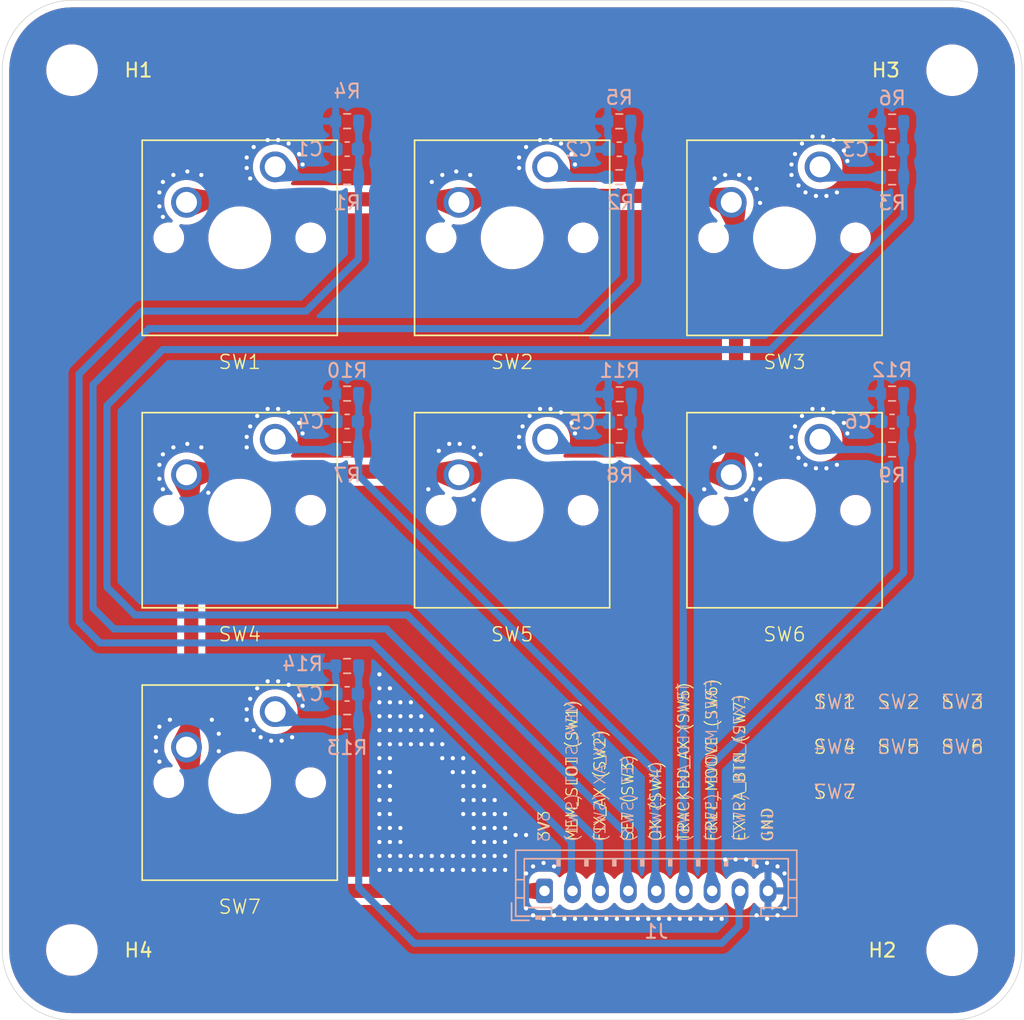
<source format=kicad_pcb>
(kicad_pcb (version 20241229) (generator "pcbnew") (generator_version "9.0")
  (layers (0 "F.Cu" signal) (2 "B.Cu" signal) (13 "F.Paste" user) (15 "B.Paste" user) (5 "F.SilkS" user "F.Silkscreen") (7 "B.SilkS" user "B.Silkscreen") (1 "F.Mask" user) (3 "B.Mask" user) (25 "Edge.Cuts" user))
  (net 0 "")
  (net 1 "GND")
  (net 2 "/BTN_FIX_AX")
  (net 3 "/BTN_SET")
  (net 4 "/BTN_TRACKED_AX")
  (net 5 "/BTN_FREE_MOOVE")
  (net 6 "/BTN_EXTERNAL_EXTRA")
  (net 7 "/BTN_MEMSLOT")
  (net 8 "/BTN_OK")
  (net 9 "+3V3")
  (net 10 "Net-(R1-Pad1)")
  (net 11 "Net-(R3-Pad1)")
  (net 12 "Net-(R2-Pad1)")
  (net 13 "Net-(R7-Pad1)")
  (net 14 "Net-(R9-Pad1)")
  (net 15 "Net-(R8-Pad1)")
  (net 16 "Net-(R13-Pad1)")
  (footprint "ComponentLib:SW_Cherry_MX_1.00u_PCB" (layer "F.Cu") (at 140.5 105.5)
    (property "Reference" "SW2" (at 0 8.89 0) (layer "F.SilkS") (effects (font (thickness 0.1))))
    (property "Value" "Cherry Switch Single")
    (pad "" np_thru_hole circle (at -5.08 0) (size 1.7 1.7) (drill 1.7) (layers "*.Cu" "*.Mask"))
    (pad "" np_thru_hole circle (at 0 0) (size 4 4) (drill 4) (layers "*.Cu" "*.Mask"))
    (pad "" np_thru_hole circle (at 5.08 0) (size 1.7 1.7) (drill 1.7) (layers "*.Cu" "*.Mask"))
    (pad "1" thru_hole circle (at 2.54 -5.08) (size 2.2 2.2) (drill 1.5) (layers "*.Cu" "*.Mask") (net 12 "Net-(R2-Pad1)"))
    (pad "2" thru_hole circle (at -3.81 -2.54) (size 2.2 2.2) (drill 1.5) (layers "*.Cu" "*.Mask") (net 9 "+3V3"))
  )
  (footprint "ComponentLib:SW_Cherry_MX_1.00u_PCB" (layer "F.Cu") (at 121 125)
    (property "Reference" "SW4" (at 0 8.89 0) (layer "F.SilkS") (effects (font (thickness 0.1))))
    (property "Value" "Cherry Switch Single")
    (pad "" np_thru_hole circle (at -5.08 0) (size 1.7 1.7) (drill 1.7) (layers "*.Cu" "*.Mask"))
    (pad "" np_thru_hole circle (at 0 0) (size 4 4) (drill 4) (layers "*.Cu" "*.Mask"))
    (pad "" np_thru_hole circle (at 5.08 0) (size 1.7 1.7) (drill 1.7) (layers "*.Cu" "*.Mask"))
    (pad "1" thru_hole circle (at 2.54 -5.08) (size 2.2 2.2) (drill 1.5) (layers "*.Cu" "*.Mask") (net 13 "Net-(R7-Pad1)"))
    (pad "2" thru_hole circle (at -3.81 -2.54) (size 2.2 2.2) (drill 1.5) (layers "*.Cu" "*.Mask") (net 9 "+3V3"))
  )
  (footprint "ComponentLib:SW_Cherry_MX_1.00u_PCB" (layer "F.Cu") (at 140.5 125)
    (property "Reference" "SW5" (at 0 8.89 0) (layer "F.SilkS") (effects (font (thickness 0.1))))
    (property "Value" "Cherry Switch Single")
    (pad "" np_thru_hole circle (at -5.08 0) (size 1.7 1.7) (drill 1.7) (layers "*.Cu" "*.Mask"))
    (pad "" np_thru_hole circle (at 0 0) (size 4 4) (drill 4) (layers "*.Cu" "*.Mask"))
    (pad "" np_thru_hole circle (at 5.08 0) (size 1.7 1.7) (drill 1.7) (layers "*.Cu" "*.Mask"))
    (pad "1" thru_hole circle (at 2.54 -5.08) (size 2.2 2.2) (drill 1.5) (layers "*.Cu" "*.Mask") (net 15 "Net-(R8-Pad1)"))
    (pad "2" thru_hole circle (at -3.81 -2.54) (size 2.2 2.2) (drill 1.5) (layers "*.Cu" "*.Mask") (net 9 "+3V3"))
  )
  (footprint "MountingHole:MountingHole_3.2mm_M3" (layer "F.Cu") (at 172 93.5)
    (property "Reference" "H3" (at -4.75 0 0) (layer "F.SilkS"))
    (property "Value" "MountingHole")
    (pad "" np_thru_hole circle (at 0 0) (size 3.2 3.2) (drill 3.2) (layers "*.Cu" "*.Mask"))
  )
  (footprint "ComponentLib:SW_Cherry_MX_1.00u_PCB" (layer "F.Cu") (at 121 144.5)
    (property "Reference" "SW7" (at 0 8.89 0) (layer "F.SilkS") (effects (font (thickness 0.1))))
    (property "Value" "Cherry Switch Single")
    (pad "" np_thru_hole circle (at -5.08 0) (size 1.7 1.7) (drill 1.7) (layers "*.Cu" "*.Mask"))
    (pad "" np_thru_hole circle (at 0 0) (size 4 4) (drill 4) (layers "*.Cu" "*.Mask"))
    (pad "" np_thru_hole circle (at 5.08 0) (size 1.7 1.7) (drill 1.7) (layers "*.Cu" "*.Mask"))
    (pad "1" thru_hole circle (at 2.54 -5.08) (size 2.2 2.2) (drill 1.5) (layers "*.Cu" "*.Mask") (net 16 "Net-(R13-Pad1)"))
    (pad "2" thru_hole circle (at -3.81 -2.54) (size 2.2 2.2) (drill 1.5) (layers "*.Cu" "*.Mask") (net 9 "+3V3"))
  )
  (footprint "ComponentLib:SW_Cherry_MX_1.00u_PCB" (layer "F.Cu") (at 160 105.5)
    (property "Reference" "SW3" (at 0 8.89 0) (layer "F.SilkS") (effects (font (thickness 0.1))))
    (property "Value" "Cherry Switch Single")
    (pad "" np_thru_hole circle (at -5.08 0) (size 1.7 1.7) (drill 1.7) (layers "*.Cu" "*.Mask"))
    (pad "" np_thru_hole circle (at 0 0) (size 4 4) (drill 4) (layers "*.Cu" "*.Mask"))
    (pad "" np_thru_hole circle (at 5.08 0) (size 1.7 1.7) (drill 1.7) (layers "*.Cu" "*.Mask"))
    (pad "1" thru_hole circle (at 2.54 -5.08) (size 2.2 2.2) (drill 1.5) (layers "*.Cu" "*.Mask") (net 11 "Net-(R3-Pad1)"))
    (pad "2" thru_hole circle (at -3.81 -2.54) (size 2.2 2.2) (drill 1.5) (layers "*.Cu" "*.Mask") (net 9 "+3V3"))
  )
  (footprint "MountingHole:MountingHole_3.2mm_M3" (layer "F.Cu") (at 108.987327 156.481831)
    (property "Reference" "H4" (at 4.762673 0.018169 0) (layer "F.SilkS"))
    (property "Value" "MountingHole")
    (pad "" np_thru_hole circle (at 0 0) (size 3.2 3.2) (drill 3.2) (layers "*.Cu" "*.Mask"))
  )
  (footprint "ComponentLib:SW_Cherry_MX_1.00u_PCB" (layer "F.Cu") (at 160 125)
    (property "Reference" "SW6" (at 0 8.89 0) (layer "F.SilkS") (effects (font (thickness 0.1))))
    (property "Value" "Cherry Switch Single")
    (pad "" np_thru_hole circle (at -5.08 0) (size 1.7 1.7) (drill 1.7) (layers "*.Cu" "*.Mask"))
    (pad "" np_thru_hole circle (at 0 0) (size 4 4) (drill 4) (layers "*.Cu" "*.Mask"))
    (pad "" np_thru_hole circle (at 5.08 0) (size 1.7 1.7) (drill 1.7) (layers "*.Cu" "*.Mask"))
    (pad "1" thru_hole circle (at 2.54 -5.08) (size 2.2 2.2) (drill 1.5) (layers "*.Cu" "*.Mask") (net 14 "Net-(R9-Pad1)"))
    (pad "2" thru_hole circle (at -3.81 -2.54) (size 2.2 2.2) (drill 1.5) (layers "*.Cu" "*.Mask") (net 9 "+3V3"))
  )
  (footprint "MountingHole:MountingHole_3.2mm_M3" (layer "F.Cu") (at 108.997689 93.497689)
    (property "Reference" "H1" (at 4.752311 0.002311 0) (layer "F.SilkS"))
    (property "Value" "MountingHole")
    (pad "" np_thru_hole circle (at 0 0) (size 3.2 3.2) (drill 3.2) (layers "*.Cu" "*.Mask"))
  )
  (footprint "MountingHole:MountingHole_3.2mm_M3" (layer "F.Cu") (at 172 156.5)
    (property "Reference" "H2" (at -5 0 0) (layer "F.SilkS"))
    (property "Value" "MountingHole")
    (pad "" np_thru_hole circle (at 0 0) (size 3.2 3.2) (drill 3.2) (layers "*.Cu" "*.Mask"))
  )
  (footprint "ComponentLib:SW_Cherry_MX_1.00u_PCB" (layer "F.Cu") (at 121 105.5)
    (property "Reference" "SW1" (at 0 8.89 0) (layer "F.SilkS") (effects (font (thickness 0.1))))
    (property "Value" "Cherry Switch Single")
    (pad "" np_thru_hole circle (at -5.08 0) (size 1.7 1.7) (drill 1.7) (layers "*.Cu" "*.Mask"))
    (pad "" np_thru_hole circle (at 0 0) (size 4 4) (drill 4) (layers "*.Cu" "*.Mask"))
    (pad "" np_thru_hole circle (at 5.08 0) (size 1.7 1.7) (drill 1.7) (layers "*.Cu" "*.Mask"))
    (pad "1" thru_hole circle (at 2.54 -5.08) (size 2.2 2.2) (drill 1.5) (layers "*.Cu" "*.Mask") (net 10 "Net-(R1-Pad1)"))
    (pad "2" thru_hole circle (at -3.81 -2.54) (size 2.2 2.2) (drill 1.5) (layers "*.Cu" "*.Mask") (net 9 "+3V3"))
  )
  (footprint "Connector_JST:JST_PH_B9B-PH-K_1x09_P2.00mm_Vertical" (layer "B.Cu") (at 142.8184 152.25)
    (property "Reference" "J1" (at 8 2.9 0) (layer "B.SilkS") (effects (justify mirror)))
    (property "Value" "Conn_01x09_Pin")
    (pad "1" thru_hole roundrect (at 0 0) (size 1.2 1.75) (drill 0.75) (layers "*.Cu" "*.Mask") (roundrect_rratio 0.208333) (net 9 "+3V3"))
    (pad "2" thru_hole oval (at 2 0) (size 1.2 1.75) (drill 0.75) (layers "*.Cu" "*.Mask") (net 7 "/BTN_MEMSLOT"))
    (pad "3" thru_hole oval (at 4 0) (size 1.2 1.75) (drill 0.75) (layers "*.Cu" "*.Mask") (net 2 "/BTN_FIX_AX"))
    (pad "4" thru_hole oval (at 6 0) (size 1.2 1.75) (drill 0.75) (layers "*.Cu" "*.Mask") (net 3 "/BTN_SET"))
    (pad "5" thru_hole oval (at 8 0) (size 1.2 1.75) (drill 0.75) (layers "*.Cu" "*.Mask") (net 8 "/BTN_OK"))
    (pad "6" thru_hole oval (at 10 0) (size 1.2 1.75) (drill 0.75) (layers "*.Cu" "*.Mask") (net 4 "/BTN_TRACKED_AX"))
    (pad "7" thru_hole oval (at 12 0) (size 1.2 1.75) (drill 0.75) (layers "*.Cu" "*.Mask") (net 5 "/BTN_FREE_MOOVE"))
    (pad "8" thru_hole oval (at 14 0) (size 1.2 1.75) (drill 0.75) (layers "*.Cu" "*.Mask") (net 6 "/BTN_EXTERNAL_EXTRA"))
    (pad "9" thru_hole oval (at 16 0) (size 1.2 1.75) (drill 0.75) (layers "*.Cu" "*.Mask") (net 1 "GND"))
  )
  (footprint "Resistor_SMD:R_0603_1608Metric" (layer "B.Cu") (at 128.69 140.15)
    (property "Reference" "R13" (at 0 1.85 0) (layer "B.SilkS") (effects (justify mirror)))
    (property "Value" "1k")
    (pad "1" smd roundrect (at -0.825 0) (size 0.8 0.95) (layers "B.Cu" "B.Mask" "B.Paste") (net 16 "Net-(R13-Pad1)"))
    (pad "2" smd roundrect (at 0.825 0) (size 0.8 0.95) (layers "B.Cu" "B.Mask" "B.Paste") (net 6 "/BTN_EXTERNAL_EXTRA"))
  )
  (footprint "Resistor_SMD:R_0603_1608Metric" (layer "B.Cu") (at 148.17 101.16)
    (property "Reference" "R2" (at 0.1 1.8 0) (layer "B.SilkS") (effects (justify mirror)))
    (property "Value" "1k")
    (pad "1" smd roundrect (at -0.825 0) (size 0.8 0.95) (layers "B.Cu" "B.Mask" "B.Paste") (net 12 "Net-(R2-Pad1)"))
    (pad "2" smd roundrect (at 0.825 0) (size 0.8 0.95) (layers "B.Cu" "B.Mask" "B.Paste") (net 2 "/BTN_FIX_AX"))
  )
  (footprint "Capacitor_SMD:C_0603_1608Metric" (layer "B.Cu") (at 148.17 99.16 180)
    (property "Reference" "C2" (at 2.9 0 0) (layer "B.SilkS") (effects (justify mirror)))
    (property "Value" "100n")
    (pad "1" smd roundrect (at -0.775 0 180) (size 0.9 0.95) (layers "B.Cu" "B.Mask" "B.Paste") (net 2 "/BTN_FIX_AX"))
    (pad "2" smd roundrect (at 0.775 0 180) (size 0.9 0.95) (layers "B.Cu" "B.Mask" "B.Paste") (net 1 "GND"))
  )
  (footprint "Capacitor_SMD:C_0603_1608Metric" (layer "B.Cu") (at 167.705 99.175 180)
    (property "Reference" "C3" (at 2.625 0 0) (layer "B.SilkS") (effects (justify mirror)))
    (property "Value" "100n")
    (pad "1" smd roundrect (at -0.775 0 180) (size 0.9 0.95) (layers "B.Cu" "B.Mask" "B.Paste") (net 3 "/BTN_SET"))
    (pad "2" smd roundrect (at 0.775 0 180) (size 0.9 0.95) (layers "B.Cu" "B.Mask" "B.Paste") (net 1 "GND"))
  )
  (footprint "Resistor_SMD:R_0603_1608Metric" (layer "B.Cu") (at 128.69 136.15 180)
    (property "Reference" "R14" (at 3.19 0.15 0) (layer "B.SilkS") (effects (justify mirror)))
    (property "Value" "10k")
    (pad "1" smd roundrect (at -0.825 0 180) (size 0.8 0.95) (layers "B.Cu" "B.Mask" "B.Paste") (net 6 "/BTN_EXTERNAL_EXTRA"))
    (pad "2" smd roundrect (at 0.825 0 180) (size 0.8 0.95) (layers "B.Cu" "B.Mask" "B.Paste") (net 1 "GND"))
  )
  (footprint "Capacitor_SMD:C_0603_1608Metric" (layer "B.Cu") (at 167.7 118.65 180)
    (property "Reference" "C6" (at 2.43 0 0) (layer "B.SilkS") (effects (justify mirror)))
    (property "Value" "100n")
    (pad "1" smd roundrect (at -0.775 0 180) (size 0.9 0.95) (layers "B.Cu" "B.Mask" "B.Paste") (net 5 "/BTN_FREE_MOOVE"))
    (pad "2" smd roundrect (at 0.775 0 180) (size 0.9 0.95) (layers "B.Cu" "B.Mask" "B.Paste") (net 1 "GND"))
  )
  (footprint "Capacitor_SMD:C_0603_1608Metric" (layer "B.Cu") (at 128.69 99.15 180)
    (property "Reference" "C1" (at 2.69881 0 0) (layer "B.SilkS") (effects (justify mirror)))
    (property "Value" "100n")
    (pad "1" smd roundrect (at -0.775 0 180) (size 0.9 0.95) (layers "B.Cu" "B.Mask" "B.Paste") (net 7 "/BTN_MEMSLOT"))
    (pad "2" smd roundrect (at 0.775 0 180) (size 0.9 0.95) (layers "B.Cu" "B.Mask" "B.Paste") (net 1 "GND"))
  )
  (footprint "Capacitor_SMD:C_0603_1608Metric" (layer "B.Cu") (at 128.69 118.65 180)
    (property "Reference" "C4" (at 2.61 0 0) (layer "B.SilkS") (effects (justify mirror)))
    (property "Value" "100n")
    (pad "1" smd roundrect (at -0.775 0 180) (size 0.9 0.95) (layers "B.Cu" "B.Mask" "B.Paste") (net 8 "/BTN_OK"))
    (pad "2" smd roundrect (at 0.775 0 180) (size 0.9 0.95) (layers "B.Cu" "B.Mask" "B.Paste") (net 1 "GND"))
  )
  (footprint "Resistor_SMD:R_0603_1608Metric" (layer "B.Cu") (at 167.7 116.65 180)
    (property "Reference" "R12" (at 0 1.69 0) (layer "B.SilkS") (effects (justify mirror)))
    (property "Value" "10k")
    (pad "1" smd roundrect (at -0.825 0 180) (size 0.8 0.95) (layers "B.Cu" "B.Mask" "B.Paste") (net 5 "/BTN_FREE_MOOVE"))
    (pad "2" smd roundrect (at 0.825 0 180) (size 0.8 0.95) (layers "B.Cu" "B.Mask" "B.Paste") (net 1 "GND"))
  )
  (footprint "Resistor_SMD:R_0603_1608Metric" (layer "B.Cu") (at 128.69 101.15)
    (property "Reference" "R1" (at 0 1.85 0) (layer "B.SilkS") (effects (justify mirror)))
    (property "Value" "1k")
    (pad "1" smd roundrect (at -0.825 0) (size 0.8 0.95) (layers "B.Cu" "B.Mask" "B.Paste") (net 10 "Net-(R1-Pad1)"))
    (pad "2" smd roundrect (at 0.825 0) (size 0.8 0.95) (layers "B.Cu" "B.Mask" "B.Paste") (net 7 "/BTN_MEMSLOT"))
  )
  (footprint "Resistor_SMD:R_0603_1608Metric" (layer "B.Cu") (at 148.17 97.16 180)
    (property "Reference" "R5" (at 0 1.7 0) (layer "B.SilkS") (effects (justify mirror)))
    (property "Value" "10k")
    (pad "1" smd roundrect (at -0.825 0 180) (size 0.8 0.95) (layers "B.Cu" "B.Mask" "B.Paste") (net 2 "/BTN_FIX_AX"))
    (pad "2" smd roundrect (at 0.825 0 180) (size 0.8 0.95) (layers "B.Cu" "B.Mask" "B.Paste") (net 1 "GND"))
  )
  (footprint "Resistor_SMD:R_0603_1608Metric" (layer "B.Cu") (at 167.705 97.175 180)
    (property "Reference" "R6" (at 0 1.675 0) (layer "B.SilkS") (effects (justify mirror)))
    (property "Value" "10k")
    (pad "1" smd roundrect (at -0.825 0 180) (size 0.8 0.95) (layers "B.Cu" "B.Mask" "B.Paste") (net 3 "/BTN_SET"))
    (pad "2" smd roundrect (at 0.825 0 180) (size 0.8 0.95) (layers "B.Cu" "B.Mask" "B.Paste") (net 1 "GND"))
  )
  (footprint "Resistor_SMD:R_0603_1608Metric" (layer "B.Cu") (at 148.2 116.7 180)
    (property "Reference" "R11" (at 0 1.7 0) (layer "B.SilkS") (effects (justify mirror)))
    (property "Value" "10k")
    (pad "1" smd roundrect (at -0.825 0 180) (size 0.8 0.95) (layers "B.Cu" "B.Mask" "B.Paste") (net 4 "/BTN_TRACKED_AX"))
    (pad "2" smd roundrect (at 0.825 0 180) (size 0.8 0.95) (layers "B.Cu" "B.Mask" "B.Paste") (net 1 "GND"))
  )
  (footprint "Resistor_SMD:R_0603_1608Metric" (layer "B.Cu") (at 148.2 120.7)
    (property "Reference" "R8" (at 0 1.8 0) (layer "B.SilkS") (effects (justify mirror)))
    (property "Value" "1k")
    (pad "1" smd roundrect (at -0.825 0) (size 0.8 0.95) (layers "B.Cu" "B.Mask" "B.Paste") (net 15 "Net-(R8-Pad1)"))
    (pad "2" smd roundrect (at 0.825 0) (size 0.8 0.95) (layers "B.Cu" "B.Mask" "B.Paste") (net 4 "/BTN_TRACKED_AX"))
  )
  (footprint "Capacitor_SMD:C_0603_1608Metric" (layer "B.Cu") (at 128.69 138.15 180)
    (property "Reference" "C7" (at 2.69 0 0) (layer "B.SilkS") (effects (justify mirror)))
    (property "Value" "100n")
    (pad "1" smd roundrect (at -0.775 0 180) (size 0.9 0.95) (layers "B.Cu" "B.Mask" "B.Paste") (net 6 "/BTN_EXTERNAL_EXTRA"))
    (pad "2" smd roundrect (at 0.775 0 180) (size 0.9 0.95) (layers "B.Cu" "B.Mask" "B.Paste") (net 1 "GND"))
  )
  (footprint "Resistor_SMD:R_0603_1608Metric" (layer "B.Cu") (at 128.69 97.15 180)
    (property "Reference" "R4" (at 0 2.15 0) (layer "B.SilkS") (effects (justify mirror)))
    (property "Value" "10k")
    (pad "1" smd roundrect (at -0.825 0 180) (size 0.8 0.95) (layers "B.Cu" "B.Mask" "B.Paste") (net 7 "/BTN_MEMSLOT"))
    (pad "2" smd roundrect (at 0.825 0 180) (size 0.8 0.95) (layers "B.Cu" "B.Mask" "B.Paste") (net 1 "GND"))
  )
  (footprint "Resistor_SMD:R_0603_1608Metric" (layer "B.Cu") (at 167.705 101.175)
    (property "Reference" "R3" (at 0 1.825 0) (layer "B.SilkS") (effects (justify mirror)))
    (property "Value" "1k")
    (pad "1" smd roundrect (at -0.825 0) (size 0.8 0.95) (layers "B.Cu" "B.Mask" "B.Paste") (net 11 "Net-(R3-Pad1)"))
    (pad "2" smd roundrect (at 0.825 0) (size 0.8 0.95) (layers "B.Cu" "B.Mask" "B.Paste") (net 3 "/BTN_SET"))
  )
  (footprint "Capacitor_SMD:C_0603_1608Metric" (layer "B.Cu") (at 148.2 118.7 180)
    (property "Reference" "C5" (at 2.7 0 0) (layer "B.SilkS") (effects (justify mirror)))
    (property "Value" "100n")
    (pad "1" smd roundrect (at -0.775 0 180) (size 0.9 0.95) (layers "B.Cu" "B.Mask" "B.Paste") (net 4 "/BTN_TRACKED_AX"))
    (pad "2" smd roundrect (at 0.775 0 180) (size 0.9 0.95) (layers "B.Cu" "B.Mask" "B.Paste") (net 1 "GND"))
  )
  (footprint "Resistor_SMD:R_0603_1608Metric" (layer "B.Cu") (at 128.69 116.65 180)
    (property "Reference" "R10" (at 0 1.65 0) (layer "B.SilkS") (effects (justify mirror)))
    (property "Value" "10k")
    (pad "1" smd roundrect (at -0.825 0 180) (size 0.8 0.95) (layers "B.Cu" "B.Mask" "B.Paste") (net 8 "/BTN_OK"))
    (pad "2" smd roundrect (at 0.825 0 180) (size 0.8 0.95) (layers "B.Cu" "B.Mask" "B.Paste") (net 1 "GND"))
  )
  (footprint "Resistor_SMD:R_0603_1608Metric" (layer "B.Cu") (at 128.69 120.65)
    (property "Reference" "R7" (at 0 1.85 0) (layer "B.SilkS") (effects (justify mirror)))
    (property "Value" "1k")
    (pad "1" smd roundrect (at -0.825 0) (size 0.8 0.95) (layers "B.Cu" "B.Mask" "B.Paste") (net 13 "Net-(R7-Pad1)"))
    (pad "2" smd roundrect (at 0.825 0) (size 0.8 0.95) (layers "B.Cu" "B.Mask" "B.Paste") (net 8 "/BTN_OK"))
  )
  (footprint "Resistor_SMD:R_0603_1608Metric" (layer "B.Cu") (at 167.7 120.65)
    (property "Reference" "R9" (at 0 1.85 0) (layer "B.SilkS") (effects (justify mirror)))
    (property "Value" "1k")
    (pad "1" smd roundrect (at -0.825 0) (size 0.8 0.95) (layers "B.Cu" "B.Mask" "B.Paste") (net 14 "Net-(R9-Pad1)"))
    (pad "2" smd roundrect (at 0.825 0) (size 0.8 0.95) (layers "B.Cu" "B.Mask" "B.Paste") (net 5 "/BTN_FREE_MOOVE"))
  )
  (gr_line (start 104 93.5) (end 104 156.5) (stroke (width 0.05)) (layer "Edge.Cuts"))
  (gr_arc (start 104 93.5) (mid 105.464466 89.964466) (end 109 88.5) (stroke (width 0.05)) (layer "Edge.Cuts"))
  (gr_line (start 177 156.5) (end 177 93.5) (stroke (width 0.05)) (layer "Edge.Cuts"))
  (gr_arc (start 109 161.5) (mid 105.464466 160.035534) (end 104 156.5) (stroke (width 0.05)) (layer "Edge.Cuts"))
  (gr_line (start 109 161.5) (end 172 161.5) (stroke (width 0.05)) (layer "Edge.Cuts"))
  (gr_arc (start 177 156.5) (mid 175.535534 160.035534) (end 172 161.5) (stroke (width 0.05)) (layer "Edge.Cuts"))
  (gr_line (start 172 88.5) (end 109 88.5) (stroke (width 0.05)) (layer "Edge.Cuts"))
  (gr_arc (start 172 88.5) (mid 175.535534 89.964466) (end 177 93.5) (stroke (width 0.05)) (layer "Edge.Cuts"))
  (gr_text "MEM_SLOT (SW1)" (at 145.25 148.75 90) (layer "F.SilkS") (effects (font (size 0.8 0.8) (thickness 0.08)) (justify left bottom)))
  (gr_text "SW1  SW2  SW3\n\nSW4  SW5  SW6\n\nSW7" (at 162 145.75 0) (layer "F.SilkS") (effects (font (size 1 1) (thickness 0.1)) (justify left bottom)))
  (gr_text "SET (SW3)" (at 149.25 148.75 90) (layer "F.SilkS") (effects (font (size 0.8 0.8) (thickness 0.08)) (justify left bottom)))
  (gr_text "TRACKED_AX (SW5)" (at 153.25 148.75 90) (layer "F.SilkS") (effects (font (size 0.8 0.8) (thickness 0.08)) (justify left bottom)))
  (gr_text "OK (SW4)" (at 151.25 148.75 90) (layer "F.SilkS") (effects (font (size 0.8 0.8) (thickness 0.08)) (justify left bottom)))
  (gr_text "3V3" (at 143.25 148.75 90) (layer "F.SilkS") (effects (font (size 0.8 0.8) (thickness 0.08)) (justify left bottom)))
  (gr_text "FREE_MOOVE (SW6)" (at 155.25 148.75 90) (layer "F.SilkS") (effects (font (size 0.8 0.8) (thickness 0.08)) (justify left bottom)))
  (gr_text "EXTRA_BTN (SW7)" (at 157.25 148.75 90) (layer "F.SilkS") (effects (font (size 0.8 0.8) (thickness 0.08)) (justify left bottom)))
  (gr_text "FIX_AX (SW2)" (at 147.25 148.75 90) (layer "F.SilkS") (effects (font (size 0.8 0.8) (thickness 0.08)) (justify left bottom)))
  (gr_text "GND" (at 159.25 148.75 90) (layer "F.SilkS") (effects (font (size 0.8 0.8) (thickness 0.08)) (justify left bottom)))
  (gr_text "EXTRA_BTN (SW7)" (at 157.25 138.157142 90) (layer "B.SilkS") (effects (font (size 0.8 0.8) (thickness 0.08)) (justify left bottom mirror)))
  (gr_text "3V3" (at 143.25 146.5 90) (layer "B.SilkS") (effects (font (size 0.8 0.8) (thickness 0.08)) (justify left bottom mirror)))
  (gr_text "MEM_SLOT (SW1)" (at 145.25 138.576189 90) (layer "B.SilkS") (effects (font (size 0.8 0.8) (thickness 0.08)) (justify left bottom mirror)))
  (gr_text "SW3  SW2  SW1\n\nSW6  SW5  SW4\n\nSW7" (at 162 145.75 0) (layer "B.SilkS") (effects (font (size 1 1) (thickness 0.1)) (justify right bottom mirror)))
  (gr_text "SET (SW3)" (at 149.25 142.499999 90) (layer "B.SilkS") (effects (font (size 0.8 0.8) (thickness 0.08)) (justify left bottom mirror)))
  (gr_text "OK (SW4)" (at 151.25 142.957143 90) (layer "B.SilkS") (effects (font (size 0.8 0.8) (thickness 0.08)) (justify left bottom mirror)))
  (gr_text "FREE_MOOVE (SW6)" (at 155.25 137.05238 90) (layer "B.SilkS") (effects (font (size 0.8 0.8) (thickness 0.08)) (justify left bottom mirror)))
  (gr_text "FIX_AX (SW2)" (at 147.25 140.709524 90) (layer "B.SilkS") (effects (font (size 0.8 0.8) (thickness 0.08)) (justify left bottom mirror)))
  (gr_text "GND" (at 159.25 146.271429 90) (layer "B.SilkS") (effects (font (size 0.8 0.8) (thickness 0.08)) (justify left bottom mirror)))
  (gr_text "TRACKED_AX (SW5)" (at 153.25 137.319047 90) (layer "B.SilkS") (effects (font (size 0.8 0.8) (thickness 0.08)) (justify left bottom mirror)))
  (via (at 133.25 150.75) (size 0.6) (drill 0.3) (layers "F.Cu" "B.Cu") (net 1))
  (via (at 131.75 147.75) (size 0.6) (drill 0.3) (layers "F.Cu" "B.Cu") (net 1))
  (via (at 131 136.75) (size 0.6) (drill 0.3) (layers "F.Cu" "B.Cu") (net 1))
  (via (at 132.5 141.75) (size 0.6) (drill 0.3) (layers "F.Cu" "B.Cu") (net 1))
  (via (at 137.75 143.75) (size 0.6) (drill 0.3) (layers "F.Cu" "B.Cu") (net 1))
  (via (at 117.25 120.25) (size 0.6) (drill 0.3) (layers "F.Cu" "B.Cu") (net 1))
  (via (at 115 141.25) (size 0.6) (drill 0.3) (layers "F.Cu" "B.Cu") (net 1))
  (via (at 125.5 100.25) (size 0.6) (drill 0.3) (layers "F.Cu" "B.Cu") (net 1))
  (via (at 143.25 98.5) (size 0.6) (drill 0.3) (layers "F.Cu" "B.Cu") (net 1))
  (via (at 145.75 154.25) (size 0.6) (drill 0.3) (layers "F.Cu" "B.Cu") (net 1))
  (via (at 124.75 141.25) (size 0.6) (drill 0.3) (layers "F.Cu" "B.Cu") (net 1))
  (via (at 135.5 142.75) (size 0.6) (drill 0.3) (layers "F.Cu" "B.Cu") (net 1))
  (via (at 163.75 102.25) (size 0.6) (drill 0.3) (layers "F.Cu" "B.Cu") (net 1))
  (via (at 122 140.75) (size 0.6) (drill 0.3) (layers "F.Cu" "B.Cu") (net 1))
  (via (at 159.5 150.5) (size 0.6) (drill 0.3) (layers "F.Cu" "B.Cu") (net 1))
  (via (at 131.75 145.75) (size 0.6) (drill 0.3) (layers "F.Cu" "B.Cu") (net 1))
  (via (at 144.75 99.5) (size 0.6) (drill 0.3) (layers "F.Cu" "B.Cu") (net 1))
  (via (at 160.75 119) (size 0.6) (drill 0.3) (layers "F.Cu" "B.Cu") (net 1))
  (via (at 155.75 101) (size 0.6) (drill 0.3) (layers "F.Cu" "B.Cu") (net 1))
  (via (at 159.5 154) (size 0.6) (drill 0.3) (layers "F.Cu" "B.Cu") (net 1))
  (via (at 131.75 138.75) (size 0.6) (drill 0.3) (layers "F.Cu" "B.Cu") (net 1))
  (via (at 139.25 146.75) (size 0.6) (drill 0.3) (layers "F.Cu" "B.Cu") (net 1))
  (via (at 137 146.75) (size 0.6) (drill 0.3) (layers "F.Cu" "B.Cu") (net 1))
  (via (at 161.5 121.75) (size 0.6) (drill 0.3) (layers "F.Cu" "B.Cu") (net 1))
  (via (at 158.75 154.25) (size 0.6) (drill 0.3) (layers "F.Cu" "B.Cu") (net 1))
  (via (at 141 119.75) (size 0.6) (drill 0.3) (layers "F.Cu" "B.Cu") (net 1))
  (via (at 134 140.75) (size 0.6) (drill 0.3) (layers "F.Cu" "B.Cu") (net 1))
  (via (at 160.5 100.25) (size 0.6) (drill 0.3) (layers "F.Cu" "B.Cu") (net 1))
  (via (at 131.75 141.75) (size 0.6) (drill 0.3) (layers "F.Cu" "B.Cu") (net 1))
  (via (at 136 120.25) (size 0.6) (drill 0.3) (layers "F.Cu" "B.Cu") (net 1))
  (via (at 131 142.75) (size 0.6) (drill 0.3) (layers "F.Cu" "B.Cu") (net 1))
  (via (at 131.75 148.75) (size 0.6) (drill 0.3) (layers "F.Cu" "B.Cu") (net 1))
  (via (at 160.75 99.5) (size 0.6) (drill 0.3) (layers "F.Cu" "B.Cu") (net 1))
  (via (at 134.75 141.75) (size 0.6) (drill 0.3) (layers "F.Cu" "B.Cu") (net 1))
  (via (at 137.75 148.75) (size 0.6) (drill 0.3) (layers "F.Cu" "B.Cu") (net 1))
  (via (at 141.5 151) (size 0.6) (drill 0.3) (layers "F.Cu" "B.Cu") (net 1))
  (via (at 152.5 154.25) (size 0.6) (drill 0.3) (layers "F.Cu" "B.Cu") (net 1))
  (via (at 115.25 122.75) (size 0.6) (drill 0.3) (layers "F.Cu" "B.Cu") (net 1))
  (via (at 164.25 99.25) (size 0.6) (drill 0.3) (layers "F.Cu" "B.Cu") (net 1))
  (via (at 131 150.75) (size 0.6) (drill 0.3) (layers "F.Cu" "B.Cu") (net 1))
  (via (at 131 143.75) (size 0.6) (drill 0.3) (layers "F.Cu" "B.Cu") (net 1))
  (via (at 137.75 149.75) (size 0.6) (drill 0.3) (layers "F.Cu" "B.Cu") (net 1))
  (via (at 142.75 150.25) (size 0.6) (drill 0.3) (layers "F.Cu" "B.Cu") (net 1))
  (via (at 158 121) (size 0.6) (drill 0.3) (layers "F.Cu" "B.Cu") (net 1))
  (via (at 136.25 150.75) (size 0.6) (drill 0.3) (layers "F.Cu" "B.Cu") (net 1))
  (via (at 160 153.5) (size 0.6) (drill 0.3) (layers "F.Cu" "B.Cu") (net 1))
  (via (at 141.5 148.25) (size 0.6) (drill 0.3) (layers "F.Cu" "B.Cu") (net 1))
  (via (at 137 150.75) (size 0.6) (drill 0.3) (layers "F.Cu" "B.Cu") (net 1))
  (via (at 121.75 138.5) (size 0.6) (drill 0.3) (layers "F.Cu" "B.Cu") (net 1))
  (via (at 158 154) (size 0.6) (drill 0.3) (layers "F.Cu" "B.Cu") (net 1))
  (via (at 142 154) (size 0.6) (drill 0.3) (layers "F.Cu" "B.Cu") (net 1))
  (via (at 118.75 123.75) (size 0.6) (drill 0.3) (layers "F.Cu" "B.Cu") (net 1))
  (via (at 131.75 146.75) (size 0.6) (drill 0.3) (layers "F.Cu" "B.Cu") (net 1))
  (via (at 134.75 140.75) (size 0.6) (drill 0.3) (layers "F.Cu" "B.Cu") (net 1))
  (via (at 140.75 148.25) (size 0.6) (drill 0.3) (layers "F.Cu" "B.Cu") (net 1))
  (via (at 134.75 149.75) (size 0.6) (drill 0.3) (layers "F.Cu" "B.Cu") (net 1))
  (via (at 157.5 101.25) (size 0.6) (drill 0.3) (layers "F.Cu" "B.Cu") (net 1))
  (via (at 115.25 121.75) (size 0.6) (drill 0.3) (layers "F.Cu" "B.Cu") (net 1))
  (via (at 154.75 154.25) (size 0.6) (drill 0.3) (layers "F.Cu" "B.Cu") (net 1))
  (via (at 119.5 141) (size 0.6) (drill 0.3) (layers "F.Cu" "B.Cu") (net 1))
  (via (at 157.25 150) (size 0.6) (drill 0.3) (layers "F.Cu" "B.Cu") (net 1))
  (via (at 151.75 154.25) (size 0.6) (drill 0.3) (layers "F.Cu" "B.Cu") (net 1))
  (via (at 141.5 153.5) (size 0.6) (drill 0.3) (layers "F.Cu" "B.Cu") (net 1))
  (via (at 158.75 150.25) (size 0.6) (drill 0.3) (layers "F.Cu" "B.Cu") (net 1))
  (via (at 137.75 120.5) (size 0.6) (drill 0.3) (layers "F.Cu" "B.Cu") (net 1))
  (via (at 143.25 117.75) (size 0.6) (drill 0.3) (layers "F.Cu" "B.Cu") (net 1))
  (via (at 122.25 137.75) (size 0.6) (drill 0.3) (layers "F.Cu" "B.Cu") (net 1))
  (via (at 125.25 138.25) (size 0.6) (drill 0.3) (layers "F.Cu" "B.Cu") (net 1))
  (via (at 158 102) (size 0.6) (drill 0.3) (layers "F.Cu" "B.Cu") (net 1))
  (via (at 147.25 154.25) (size 0.6) (drill 0.3) (layers "F.Cu" "B.Cu") (net 1))
  (via (at 115.25 140.5) (size 0.6) (drill 0.3) (layers "F.Cu" "B.Cu") (net 1))
  (via (at 163.75 121.75) (size 0.6) (drill 0.3) (layers "F.Cu" "B.Cu") (net 1))
  (via (at 132.5 147.75) (size 0.6) (drill 0.3) (layers "F.Cu" "B.Cu") (net 1))
  (via (at 125.5 119.5) (size 0.6) (drill 0.3) (layers "F.Cu" "B.Cu") (net 1))
  (via (at 125.25 99.5) (size 0.6) (drill 0.3) (layers "F.Cu" "B.Cu") (net 1))
  (via (at 123.75 137.25) (size 0.6) (drill 0.3) (layers "F.Cu" "B.Cu") (net 1))
  (via (at 131 140.75) (size 0.6) (drill 0.3) (layers "F.Cu" "B.Cu") (net 1))
  (via (at 121.5 120.5) (size 0.6) (drill 0.3) (layers "F.Cu" "B.Cu") (net 1))
  (via (at 115.5 121) (size 0.6) (drill 0.3) (layers "F.Cu" "B.Cu") (net 1))
  (via (at 135.5 101) (size 0.6) (drill 0.3) (layers "F.Cu" "B.Cu") (net 1))
  (via (at 118.25 101) (size 0.6) (drill 0.3) (layers "F.Cu" "B.Cu") (net 1))
  (via (at 123.75 98.5) (size 0.6) (drill 0.3) (layers "F.Cu" "B.Cu") (net 1))
  (via (at 134.5 123.5) (size 0.6) (drill 0.3) (layers "F.Cu" "B.Cu") (net 1))
  (via (at 158 150.5) (size 0.6) (drill 0.3) (layers "F.Cu" "B.Cu") (net 1))
  (via (at 132.5 149.75) (size 0.6) (drill 0.3) (layers "F.Cu" "B.Cu") (net 1))
  (via (at 132.5 140.75) (size 0.6) (drill 0.3) (layers "F.Cu" "B.Cu") (net 1))
  (via (at 142.5 117.75) (size 0.6) (drill 0.3) (layers "F.Cu" "B.Cu") (net 1))
  (via (at 134 149.75) (size 0.6) (drill 0.3) (layers "F.Cu" "B.Cu") (net 1))
  (via (at 139.25 147.75) (size 0.6) (drill 0.3) (layers "F.Cu" "B.Cu") (net 1))
  (via (at 142 150.5) (size 0.6) (drill 0.3) (layers "F.Cu" "B.Cu") (net 1))
  (via (at 138.5 147.75) (size 0.6) (drill 0.3) (layers "F.Cu" "B.Cu") (net 1))
  (via (at 161 121.25) (size 0.6) (drill 0.3) (layers "F.Cu" "B.Cu") (net 1))
  (via (at 131.75 139.75) (size 0.6) (drill 0.3) (layers "F.Cu" "B.Cu") (net 1))
  (via (at 157.25 124.25) (size 0.6) (drill 0.3) (layers "F.Cu" "B.Cu") (net 1))
  (via (at 138.5 148.75) (size 0.6) (drill 0.3) (layers "F.Cu" "B.Cu") (net 1))
  (via (at 154.25 123.5) (size 0.6) (drill 0.3) (layers "F.Cu" "B.Cu") (net 1))
  (via (at 132.5 148.75) (size 0.6) (drill 0.3) (layers "F.Cu" "B.Cu") (net 1))
  (via (at 144.75 118.75) (size 0.6) (drill 0.3) (layers "F.Cu" "B.Cu") (net 1))
  (via (at 137.75 144.75) (size 0.6) (drill 0.3) (layers "F.Cu" "B.Cu") (net 1))
  (via (at 115.5 123.5) (size 0.6) (drill 0.3) (layers "F.Cu" "B.Cu") (net 1))
  (via (at 115.25 102.25) (size 0.6) (drill 0.3) (layers "F.Cu" "B.Cu") (net 1))
  (via (at 149.5 154.25) (size 0.6) (drill 0.3) (layers "F.Cu" "B.Cu") (net 1))
  (via (at 123 117.75) (size 0.6) (drill 0.3) (layers "F.Cu" "B.Cu") (net 1))
  (via (at 162.25 102.5) (size 0.6) (drill 0.3) (layers "F.Cu" "B.Cu") (net 1))
  (via (at 121.5 100.5) (size 0.6) (drill 0.3) (layers "F.Cu" "B.Cu") (net 1))
  (via (at 142.5 98.5) (size 0.6) (drill 0.3) (layers "F.Cu" "B.Cu") (net 1))
  (via (at 136.25 149.75) (size 0.6) (drill 0.3) (layers "F.Cu" "B.Cu") (net 1))
  (via (at 157.75 123.5) (size 0.6) (drill 0.3) (layers "F.Cu" "B.Cu") (net 1))
  (via (at 116 140) (size 0.6) (drill 0.3) (layers "F.Cu" "B.Cu") (net 1))
  (via (at 138.25 121) (size 0.6) (drill 0.3) (layers "F.Cu" "B.Cu") (net 1))
  (via (at 158.25 121.75) (size 0.6) (drill 0.3) (layers "F.Cu" "B.Cu") (net 1))
  (via (at 160.5 119.75) (size 0.6) (drill 0.3) (layers "F.Cu" "B.Cu") (net 1))
  (via (at 133.25 141.75) (size 0.6) (drill 0.3) (layers "F.Cu" "B.Cu") (net 1))
  (via (at 131 148.75) (size 0.6) (drill 0.3) (layers "F.Cu" "B.Cu") (net 1))
  (via (at 137 144.75) (size 0.6) (drill 0.3) (layers "F.Cu" "B.Cu") (net 1))
  (via (at 115.5 101.5) (size 0.6) (drill 0.3) (layers "F.Cu" "B.Cu") (net 1))
  (via (at 131 141.75) (size 0.6) (drill 0.3) (layers "F.Cu" "B.Cu") (net 1))
  (via (at 137.75 150.75) (size 0.6) (drill 0.3) (layers "F.Cu" "B.Cu") (net 1))
  (via (at 160.5 101) (size 0.6) (drill 0.3) (layers "F.Cu" "B.Cu") (net 1))
  (via (at 137 143.75) (size 0.6) (drill 0.3) (layers "F.Cu" "B.Cu") (net 1))
  (via (at 123 98.5) (size 0.6) (drill 0.3) (layers "F.Cu" "B.Cu") (net 1))
  (via (at 139.25 145.75) (size 0.6) (drill 0.3) (layers "F.Cu" "B.Cu") (net 1))
  (via (at 115.25 143) (size 0.6) (drill 0.3) (layers "F.Cu" "B.Cu") (net 1))
  (via (at 161 101.75) (size 0.6) (drill 0.3) (layers "F.Cu" "B.Cu") (net 1))
  (via (at 135.5 141.75) (size 0.6) (drill 0.3) (layers "F.Cu" "B.Cu") (net 1))
  (via (at 115 142.25) (size 0.6) (drill 0.3) (layers "F.Cu" "B.Cu") (net 1))
  (via (at 140 147.75) (size 0.6) (drill 0.3) (layers "F.Cu" "B.Cu") (net 1))
  (via (at 131 138.75) (size 0.6) (drill 0.3) (layers "F.Cu" "B.Cu") (net 1))
  (via (at 137.5 101) (size 0.6) (drill 0.3) (layers "F.Cu" "B.Cu") (net 1))
  (via (at 155.5 154.25) (size 0.6) (drill 0.3) (layers "F.Cu" "B.Cu") (net 1))
  (via (at 115.25 103.25) (size 0.6) (drill 0.3) (layers "F.Cu" "B.Cu") (net 1))
  (via (at 121.5 99.75) (size 0.6) (drill 0.3) (layers "F.Cu" "B.Cu") (net 1))
  (via (at 162.25 122) (size 0.6) (drill 0.3) (layers "F.Cu" "B.Cu") (net 1))
  (via (at 164.25 118.75) (size 0.6) (drill 0.3) (layers "F.Cu" "B.Cu") (net 1))
  (via (at 135.5 149.75) (size 0.6) (drill 0.3) (layers "F.Cu" "B.Cu") (net 1))
  (via (at 160.5 120.5) (size 0.6) (drill 0.3) (layers "F.Cu" "B.Cu") (net 1))
  (via (at 141.5 99) (size 0.6) (drill 0.3) (layers "F.Cu" "B.Cu") (net 1))
  (via (at 148.75 154.25) (size 0.6) (drill 0.3) (layers "F.Cu" "B.Cu") (net 1))
  (via (at 156.75 101) (size 0.6) (drill 0.3) (layers "F.Cu" "B.Cu") (net 1))
  (via (at 137.75 145.75) (size 0.6) (drill 0.3) (layers "F.Cu" "B.Cu") (net 1))
  (via (at 131.75 143.75) (size 0.6) (drill 0.3) (layers "F.Cu" "B.Cu") (net 1))
  (via (at 119.5 142.25) (size 0.6) (drill 0.3) (layers "F.Cu" "B.Cu") (net 1))
  (via (at 155.75 150) (size 0.6) (drill 0.3) (layers "F.Cu" "B.Cu") (net 1))
  (via (at 121.5 139.25) (size 0.6) (drill 0.3) (layers "F.Cu" "B.Cu") (net 1))
  (via (at 139.25 148.75) (size 0.6) (drill 0.3) (layers "F.Cu" "B.Cu") (net 1))
  (via (at 141.25 119) (size 0.6) (drill 0.3) (layers "F.Cu" "B.Cu") (net 1))
  (via (at 131 137.75) (size 0.6) (drill 0.3) (layers "F.Cu" "B.Cu") (net 1))
  (via (at 131 145.75) (size 0.6) (drill 0.3) (layers "F.Cu" "B.Cu") (net 1))
  (via (at 116.25 120.5) (size 0.6) (drill 0.3) (layers "F.Cu" "B.Cu") (net 1))
  (via (at 138.5 149.75) (size 0.6) (drill 0.3) (layers "F.Cu" "B.Cu") (net 1))
  (via (at 124.5 98.75) (size 0.6) (drill 0.3) (layers "F.Cu" "B.Cu") (net 1))
  (via (at 142.75 154.25) (size 0.6) (drill 0.3) (layers "F.Cu" "B.Cu") (net 1))
  (via (at 123 137.25) (size 0.6) (drill 0.3) (layers "F.Cu" "B.Cu") (net 1))
  (via (at 134.75 150.75) (size 0.6) (drill 0.3) (layers "F.Cu" "B.Cu") (net 1))
  (via (at 163.5 118) (size 0.6) (drill 0.3) (layers "F.Cu" "B.Cu") (net 1))
  (via (at 122.25 118.25) (size 0.6) (drill 0.3) (layers "F.Cu" "B.Cu") (net 1))
  (via (at 123.75 117.75) (size 0.6) (drill 0.3) (layers "F.Cu" "B.Cu") (net 1))
  (via (at 134.75 101.5) (size 0.6) (drill 0.3) (layers "F.Cu" "B.Cu") (net 1))
  (via (at 131.75 144.75) (size 0.6) (drill 0.3) (layers "F.Cu" "B.Cu") (net 1))
  (via (at 125.5 139) (size 0.6) (drill 0.3) (layers "F.Cu" "B.Cu") (net 1))
  (via (at 163 102.5) (size 0.6) (drill 0.3) (layers "F.Cu" "B.Cu") (net 1))
  (via (at 131.75 137.75) (size 0.6) (drill 0.3) (layers "F.Cu" "B.Cu") (net 1))
  (via (at 131.75 150.75) (size 0.6) (drill 0.3) (layers "F.Cu" "B.Cu") (net 1))
  (via (at 119 140) (size 0.6) (drill 0.3) (layers "F.Cu" "B.Cu") (net 1))
  (via (at 141.75 118.25) (size 0.6) (drill 0.3) (layers "F.Cu" "B.Cu") (net 1))
  (via (at 144.25 154.25) (size 0.6) (drill 0.3) (layers "F.Cu" "B.Cu") (net 1))
  (via (at 140 149.75) (size 0.6) (drill 0.3) (layers "F.Cu" "B.Cu") (net 1))
  (via (at 134 141.75) (size 0.6) (drill 0.3) (layers "F.Cu" "B.Cu") (net 1))
  (via (at 121.5 140) (size 0.6) (drill 0.3) (layers "F.Cu" "B.Cu") (net 1))
  (via (at 137.75 124.25) (size 0.6) (drill 0.3) (layers "F.Cu" "B.Cu") (net 1))
  (via (at 138.5 145.75) (size 0.6) (drill 0.3) (layers "F.Cu" "B.Cu") (net 1))
  (via (at 158.25 103) (size 0.6) (drill 0.3) (layers "F.Cu" "B.Cu") (net 1))
  (via (at 148 154.25) (size 0.6) (drill 0.3) (layers "F.Cu" "B.Cu") (net 1))
  (via (at 139.25 149.75) (size 0.6) (drill 0.3) (layers "F.Cu" "B.Cu") (net 1))
  (via (at 141 100.5) (size 0.6) (drill 0.3) (layers "F.Cu" "B.Cu") (net 1))
  (via (at 137.75 146.75) (size 0.6) (drill 0.3) (layers "F.Cu" "B.Cu") (net 1))
  (via (at 158.25 122.75) (size 0.6) (drill 0.3) (layers "F.Cu" "B.Cu") (net 1))
  (via (at 121.75 101.25) (size 0.6) (drill 0.3) (layers "F.Cu" "B.Cu") (net 1))
  (via (at 162 98.25) (size 0.6) (drill 0.3) (layers "F.Cu" "B.Cu") (net 1))
  (via (at 137 145.75) (size 0.6) (drill 0.3) (layers "F.Cu" "B.Cu") (net 1))
  (via (at 150.25 154.25) (size 0.6) (drill 0.3) (layers "F.Cu" "B.Cu") (net 1))
  (via (at 124.5 118) (size 0.6) (drill 0.3) (layers "F.Cu" "B.Cu") (net 1))
  (via (at 145 100.25) (size 0.6) (drill 0.3) (layers "F.Cu" "B.Cu") (net 1))
  (via (at 132.5 138.75) (size 0.6) (drill 0.3) (layers "F.Cu" "B.Cu") (net 1))
  (via (at 122.5 141.25) (size 0.6) (drill 0.3) (layers "F.Cu" "B.Cu") (net 1))
  (via (at 133.25 138.75) (size 0.6) (drill 0.3) (layers "F.Cu" "B.Cu") (net 1))
  (via (at 155 101.25) (size 0.6) (drill 0.3) (layers "F.Cu" "B.Cu") (net 1))
  (via (at 131 149.75) (size 0.6) (drill 0.3) (layers "F.Cu" "B.Cu") (net 1))
  (via (at 137.75 147.75) (size 0.6) (drill 0.3) (layers "F.Cu" "B.Cu") (net 1))
  (via (at 164.5 100) (size 0.6) (drill 0.3) (layers "F.Cu" "B.Cu") (net 1))
  (via (at 131.75 149.75) (size 0.6) (drill 0.3) (layers "F.Cu" "B.Cu") (net 1))
  (via (at 156.5 150) (size 0.6) (drill 0.3) (layers "F.Cu" "B.Cu") (net 1))
  (via (at 117.25 100.75) (size 0.6) (drill 0.3) (layers "F.Cu" "B.Cu") (net 1))
  (via (at 161.5 102.25) (size 0.6) (drill 0.3) (layers "F.Cu" "B.Cu") (net 1))
  (via (at 151 154.25) (size 0.6) (drill 0.3) (layers "F.Cu" "B.Cu") (net 1))
  (via (at 121.75 119) (size 0.6) (drill 0.3) (layers "F.Cu" "B.Cu") (net 1))
  (via (at 133.25 149.75) (size 0.6) (drill 0.3) (layers "F.Cu" "B.Cu") (net 1))
  (via (at 136.25 143.75) (size 0.6) (drill 0.3) (layers "F.Cu" "B.Cu") (net 1))
  (via (at 131.75 140.75) (size 0.6) (drill 0.3) (layers "F.Cu" "B.Cu") (net 1))
  (via (at 164.5 119.5) (size 0.6) (drill 0.3) (layers "F.Cu" "B.Cu") (net 1))
  (via (at 138.5 144.75) (size 0.6) (drill 0.3) (layers "F.Cu" "B.Cu") (net 1))
  (via (at 132.5 150.75) (size 0.6) (drill 0.3) (layers "F.Cu" "B.Cu") (net 1))
  (via (at 138.5 146.75) (size 0.6) (drill 0.3) (layers "F.Cu" "B.Cu") (net 1))
  (via (at 123.25 141.5) (size 0.6) (drill 0.3) (layers "F.Cu" "B.Cu") (net 1))
  (via (at 140 150.75) (size 0.6) (drill 0.3) (layers "F.Cu" "B.Cu") (net 1))
  (via (at 124 141.5) (size 0.6) (drill 0.3) (layers "F.Cu" "B.Cu") (net 1))
  (via (at 140 148.75) (size 0.6) (drill 0.3) (layers "F.Cu" "B.Cu") (net 1))
  (via (at 162.75 98.25) (size 0.6) (drill 0.3) (layers "F.Cu" "B.Cu") (net 1))
  (via (at 134 139.75) (size 0.6) (drill 0.3) (layers "F.Cu" "B.Cu") (net 1))
  (via (at 137 142.75) (size 0.6) (drill 0.3) (layers "F.Cu" "B.Cu") (net 1))
  (via (at 163 122) (size 0.6) (drill 0.3) (layers "F.Cu" "B.Cu") (net 1))
  (via (at 115.5 104) (size 0.6) (drill 0.3) (layers "F.Cu" "B.Cu") (net 1))
  (via (at 146.5 154.25) (size 0.6) (drill 0.3) (layers "F.Cu" "B.Cu") (net 1))
  (via (at 138.5 150.75) (size 0.6) (drill 0.3) (layers "F.Cu" "B.Cu") (net 1))
  (via (at 160 151) (size 0.6) (drill 0.3) (layers "F.Cu" "B.Cu") (net 1))
  (via (at 144 98.75) (size 0.6) (drill 0.3) (layers "F.Cu" "B.Cu") (net 1))
  (via (at 122 99) (size 0.6) (drill 0.3) (layers "F.Cu" "B.Cu") (net 1))
  (via (at 124.5 137.5) (size 0.6) (drill 0.3) (layers "F.Cu" "B.Cu") (net 1))
  (via (at 143.5 154) (size 0.6) (drill 0.3) (layers "F.Cu" "B.Cu") (net 1))
  (via (at 141 99.75) (size 0.6) (drill 0.3) (layers "F.Cu" "B.Cu") (net 1))
  (via (at 121.5 119.75) (size 0.6) (drill 0.3) (layers "F.Cu" "B.Cu") (net 1))
  (via (at 145 154.25) (size 0.6) (drill 0.3) (layers "F.Cu" "B.Cu") (net 1))
  (via (at 134 150.75) (size 0.6) (drill 0.3) (layers "F.Cu" "B.Cu") (net 1))
  (via (at 131.75 142.75) (size 0.6) (drill 0.3) (layers "F.Cu" "B.Cu") (net 1))
  (via (at 135.5 150.75) (size 0.6) (drill 0.3) (layers "F.Cu" "B.Cu") (net 1))
  (via (at 155 120.5) (size 0.6) (drill 0.3) (layers "F.Cu" "B.Cu") (net 1))
  (via (at 136.5 100.75) (size 0.6) (drill 0.3) (layers "F.Cu" "B.Cu") (net 1))
  (via (at 131 147.75) (size 0.6) (drill 0.3) (layers "F.Cu" "B.Cu") (net 1))
  (via (at 135.25 120.75) (size 0.6) (drill 0.3) (layers "F.Cu" "B.Cu") (net 1))
  (via (at 161.25 98.75) (size 0.6) (drill 0.3) (layers "F.Cu" "B.Cu") (net 1))
  (via (at 133.25 140.75) (size 0.6) (drill 0.3) (layers "F.Cu" "B.Cu") (net 1))
  (via (at 163.5 98.5) (size 0.6) (drill 0.3) (layers "F.Cu" "B.Cu") (net 1))
  (via (at 154 154.25) (size 0.6) (drill 0.3) (layers "F.Cu" "B.Cu") (net 1))
  (via (at 136.25 142.75) (size 0.6) (drill 0.3) (layers "F.Cu" "B.Cu") (net 1))
  (via (at 131 144.75) (size 0.6) (drill 0.3) (layers "F.Cu" "B.Cu") (net 1))
  (via (at 118.25 120.5) (size 0.6) (drill 0.3) (layers "F.Cu" "B.Cu") (net 1))
  (via (at 116.25 101) (size 0.6) (drill 0.3) (layers "F.Cu" "B.Cu") (net 1))
  (via (at 162.75 117.75) (size 0.6) (drill 0.3) (layers "F.Cu" "B.Cu") (net 1))
  (via (at 132.5 139.75) (size 0.6) (drill 0.3) (layers "F.Cu" "B.Cu") (net 1))
  (via (at 162 117.75) (size 0.6) (drill 0.3) (layers "F.Cu" "B.Cu") (net 1))
  (via (at 144 118) (size 0.6) (drill 0.3) (layers "F.Cu" "B.Cu") (net 1))
  (via (at 141 120.5) (size 0.6) (drill 0.3) (layers "F.Cu" "B.Cu") (net 1))
  (via (at 139.25 150.75) (size 0.6) (drill 0.3) (layers "F.Cu" "B.Cu") (net 1))
  (via (at 133.25 139.75) (size 0.6) (drill 0.3) (layers "F.Cu" "B.Cu") (net 1))
  (via (at 131 146.75) (size 0.6) (drill 0.3) (layers "F.Cu" "B.Cu") (net 1))
  (via (at 137 149.75) (size 0.6) (drill 0.3) (layers "F.Cu" "B.Cu") (net 1))
  (via (at 136.75 120.25) (size 0.6) (drill 0.3) (layers "F.Cu" "B.Cu") (net 1))
  (via (at 161.25 118.25) (size 0.6) (drill 0.3) (layers "F.Cu" "B.Cu") (net 1))
  (via (at 143.5 150.5) (size 0.6) (drill 0.3) (layers "F.Cu" "B.Cu") (net 1))
  (via (at 140 146.75) (size 0.6) (drill 0.3) (layers "F.Cu" "B.Cu") (net 1))
  (via (at 145 119.5) (size 0.6) (drill 0.3) (layers "F.Cu" "B.Cu") (net 1))
  (via (at 131 139.75) (size 0.6) (drill 0.3) (layers "F.Cu" "B.Cu") (net 1))
  (via (at 153.25 154.25) (size 0.6) (drill 0.3) (layers "F.Cu" "B.Cu") (net 1))
  (via (at 125.25 118.75) (size 0.6) (drill 0.3) (layers "F.Cu" "B.Cu") (net 1))
  (segment (start 145.5 112) (end 114.5 112) (width 0.508) (layer "B.Cu") (net 2))
  (segment (start 148.995 101.16) (end 148.995 108.505) (width 0.508) (layer "B.Cu") (net 2))
  (segment (start 131.5 133.5) (end 146.75 148.75) (width 0.508) (layer "B.Cu") (net 2))
  (segment (start 146.75 148.75) (end 146.75 152.25) (width 0.508) (layer "B.Cu") (net 2))
  (segment (start 148.995 108.505) (end 145.5 112) (width 0.508) (layer "B.Cu") (net 2))
  (segment (start 110.5 116) (end 110.5 132) (width 0.508) (layer "B.Cu") (net 2))
  (segment (start 148.995 97.16) (end 148.995 101.16) (width 0.508) (layer "B.Cu") (net 2))
  (segment (start 112 133.5) (end 131.5 133.5) (width 0.508) (layer "B.Cu") (net 2))
  (segment (start 114.5 112) (end 110.5 116) (width 0.508) (layer "B.Cu") (net 2))
  (segment (start 110.5 132) (end 112 133.5) (width 0.508) (layer "B.Cu") (net 2))
  (segment (start 168.53 101.175) (end 168.53 103.966259) (width 0.508) (layer "B.Cu") (net 3))
  (segment (start 115.5 113.5) (end 111.5 117.5) (width 0.508) (layer "B.Cu") (net 3))
  (segment (start 111.5 130.5) (end 113.5 132.5) (width 0.508) (layer "B.Cu") (net 3))
  (segment (start 133 132.5) (end 148.75 148.25) (width 0.508) (layer "B.Cu") (net 3))
  (segment (start 115.5 113.5) (end 158.996259 113.5) (width 0.508) (layer "B.Cu") (net 3))
  (segment (start 148.75 148.25) (end 148.75 152.25) (width 0.508) (layer "B.Cu") (net 3))
  (segment (start 111.5 117.5) (end 111.5 130.5) (width 0.508) (layer "B.Cu") (net 3))
  (segment (start 113.5 132.5) (end 133 132.5) (width 0.508) (layer "B.Cu") (net 3))
  (segment (start 168.53 97.175) (end 168.53 101.175) (width 0.508) (layer "B.Cu") (net 3))
  (segment (start 168.53 103.966259) (end 158.996259 113.5) (width 0.508) (layer "B.Cu") (net 3))
  (segment (start 149.025 116.7) (end 149.025 120.7) (width 0.508) (layer "B.Cu") (net 4))
  (segment (start 152.75 124.425) (end 152.75 152.25) (width 0.508) (layer "B.Cu") (net 4))
  (segment (start 149.025 120.7) (end 152.75 124.425) (width 0.508) (layer "B.Cu") (net 4))
  (segment (start 168.525 120.65) (end 168.525 116.65) (width 0.508) (layer "B.Cu") (net 5))
  (segment (start 168.525 129.475) (end 154.75 143.25) (width 0.508) (layer "B.Cu") (net 5))
  (segment (start 168.525 120.65) (end 168.525 129.475) (width 0.508) (layer "B.Cu") (net 5))
  (segment (start 154.75 143.25) (end 154.75 152.25) (width 0.508) (layer "B.Cu") (net 5))
  (segment (start 129.515 140.15) (end 129.515 152.015) (width 0.508) (layer "B.Cu") (net 6))
  (segment (start 129.515 152.015) (end 133.5 156) (width 0.508) (layer "B.Cu") (net 6))
  (segment (start 133.5 156) (end 155.5 156) (width 0.508) (layer "B.Cu") (net 6))
  (segment (start 129.515 136.15) (end 129.515 140.15) (width 0.508) (layer "B.Cu") (net 6))
  (segment (start 156.75 154.75) (end 156.75 152.25) (width 0.508) (layer "B.Cu") (net 6))
  (segment (start 155.5 156) (end 156.75 154.75) (width 0.508) (layer "B.Cu") (net 6))
  (segment (start 111 134.5) (end 130.5 134.5) (width 0.508) (layer "B.Cu") (net 7))
  (segment (start 125.75 110.75) (end 114 110.75) (width 0.508) (layer "B.Cu") (net 7))
  (segment (start 109.5 115.25) (end 109.5 133) (width 0.508) (layer "B.Cu") (net 7))
  (segment (start 129.515 101.15) (end 129.5 101.165) (width 0.508) (layer "B.Cu") (net 7))
  (segment (start 129.5 107) (end 125.75 110.75) (width 0.508) (layer "B.Cu") (net 7))
  (segment (start 109.5 133) (end 111 134.5) (width 0.508) (layer "B.Cu") (net 7))
  (segment (start 129.515 101.15) (end 129.515 97.15) (width 0.508) (layer "B.Cu") (net 7))
  (segment (start 130.5 134.5) (end 144.75 148.75) (width 0.508) (layer "B.Cu") (net 7))
  (segment (start 114 110.75) (end 109.5 115.25) (width 0.508) (layer "B.Cu") (net 7))
  (segment (start 144.75 148.75) (end 144.75 152.25) (width 0.508) (layer "B.Cu") (net 7))
  (segment (start 129.5 101.165) (end 129.5 107) (width 0.508) (layer "B.Cu") (net 7))
  (segment (start 129.515 120.65) (end 129.515 116.65) (width 0.508) (layer "B.Cu") (net 8))
  (segment (start 150.75 143.75) (end 150.75 152.25) (width 0.508) (layer "B.Cu") (net 8))
  (segment (start 129.515 122.515) (end 150.75 143.75) (width 0.508) (layer "B.Cu") (net 8))
  (segment (start 129.515 120.65) (end 129.515 122.515) (width 0.508) (layer "B.Cu") (net 8))
  (segment (start 117.529 145.029) (end 117.529 142.299) (width 1.016) (layer "F.Cu") (net 9))
  (segment (start 142.75 152.25) (end 124.75 152.25) (width 1.016) (layer "F.Cu") (net 9))
  (segment (start 155.73 102.5) (end 137.15 102.5) (width 1.016) (layer "F.Cu") (net 9))
  (segment (start 136.69 122.46) (end 136.909 122.241) (width 1.016) (layer "F.Cu") (net 9))
  (segment (start 136.69 102.96) (end 136.471 102.741) (width 1.016) (layer "F.Cu") (net 9))
  (segment (start 117.19 141.96) (end 117.529 141.621) (width 1.016) (layer "F.Cu") (net 9))
  (segment (start 117.529 122.799) (end 117.19 122.46) (width 1.016) (layer "F.Cu") (net 9))
  (segment (start 156.19 102.96) (end 156.529 103.299) (width 1.016) (layer "F.Cu") (net 9))
  (segment (start 117.409 102.741) (end 117.19 102.96) (width 1.016) (layer "F.Cu") (net 9))
  (segment (start 156.529 122.121) (end 156.19 122.46) (width 1.016) (layer "F.Cu") (net 9))
  (segment (start 155.971 122.241) (end 156.19 122.46) (width 1.016) (layer "F.Cu") (net 9))
  (segment (start 124.75 152.25) (end 117.529 145.029) (width 1.016) (layer "F.Cu") (net 9))
  (segment (start 137.15 102.5) (end 136.69 102.96) (width 1.016) (layer "F.Cu") (net 9))
  (segment (start 136.471 122.241) (end 136.69 122.46) (width 1.016) (layer "F.Cu") (net 9))
  (segment (start 136.909 122.241) (end 155.971 122.241) (width 1.016) (layer "F.Cu") (net 9))
  (segment (start 117.529 142.299) (end 117.19 141.96) (width 1.016) (layer "F.Cu") (net 9))
  (segment (start 136.471 102.741) (end 117.409 102.741) (width 1.016) (layer "F.Cu") (net 9))
  (segment (start 117.529 141.621) (end 117.529 122.799) (width 1.016) (layer "F.Cu") (net 9))
  (segment (start 117.19 122.46) (end 117.409 122.241) (width 1.016) (layer "F.Cu") (net 9))
  (segment (start 156.529 103.299) (end 156.529 122.121) (width 1.016) (layer "F.Cu") (net 9))
  (segment (start 156.19 102.96) (end 155.73 102.5) (width 1.016) (layer "F.Cu") (net 9))
  (segment (start 117.409 122.241) (end 136.471 122.241) (width 1.016) (layer "F.Cu") (net 9))
  (segment (start 124.27 101.15) (end 127.865 101.15) (width 0.508) (layer "B.Cu") (net 10))
  (segment (start 123.54 100.42) (end 124.27 101.15) (width 0.508) (layer "B.Cu") (net 10))
  (segment (start 166.88 101.175) (end 163.295 101.175) (width 0.508) (layer "B.Cu") (net 11))
  (segment (start 163.295 101.175) (end 162.54 100.42) (width 0.508) (layer "B.Cu") (net 11))
  (segment (start 143.78 101.16) (end 143.04 100.42) (width 0.508) (layer "B.Cu") (net 12))
  (segment (start 147.345 101.16) (end 143.78 101.16) (width 0.508) (layer "B.Cu") (net 12))
  (segment (start 127.865 120.65) (end 124.27 120.65) (width 0.508) (layer "B.Cu") (net 13))
  (segment (start 124.27 120.65) (end 123.54 119.92) (width 0.508) (layer "B.Cu") (net 13))
  (segment (start 163.27 120.65) (end 162.54 119.92) (width 0.508) (layer "B.Cu") (net 14))
  (segment (start 166.875 120.65) (end 163.27 120.65) (width 0.508) (layer "B.Cu") (net 14))
  (segment (start 143.82 120.7) (end 143.04 119.92) (width 0.508) (layer "B.Cu") (net 15))
  (segment (start 147.375 120.7) (end 143.82 120.7) (width 0.508) (layer "B.Cu") (net 15))
  (segment (start 127.865 140.15) (end 124.27 140.15) (width 0.508) (layer "B.Cu") (net 16))
  (segment (start 124.27 140.15) (end 123.54 139.42) (width 0.508) (layer "B.Cu") (net 16))
  (zone (net 1) (net_name "GND") (layers "F.Cu" "B.Cu") (connect_pads (clearance 0.5)) (min_thickness 0.25) (fill yes (thermal_gap 0.5) (thermal_bridge_width 0.5) (island_removal_mode 2) (island_area_min 20))
    (polygon (pts (arc (start 172 161.5) (mid 175.535534 160.035534) (end 177 156.5)) (arc (start 177 93.5) (mid 175.535534 89.964466) (end 172 88.5)) (arc (start 109 88.5) (mid 105.464466 89.964466) (end 104 93.5)) (arc (start 104 156.5) (mid 105.464466 160.035534) (end 109 161.5))))
  )
)
</source>
